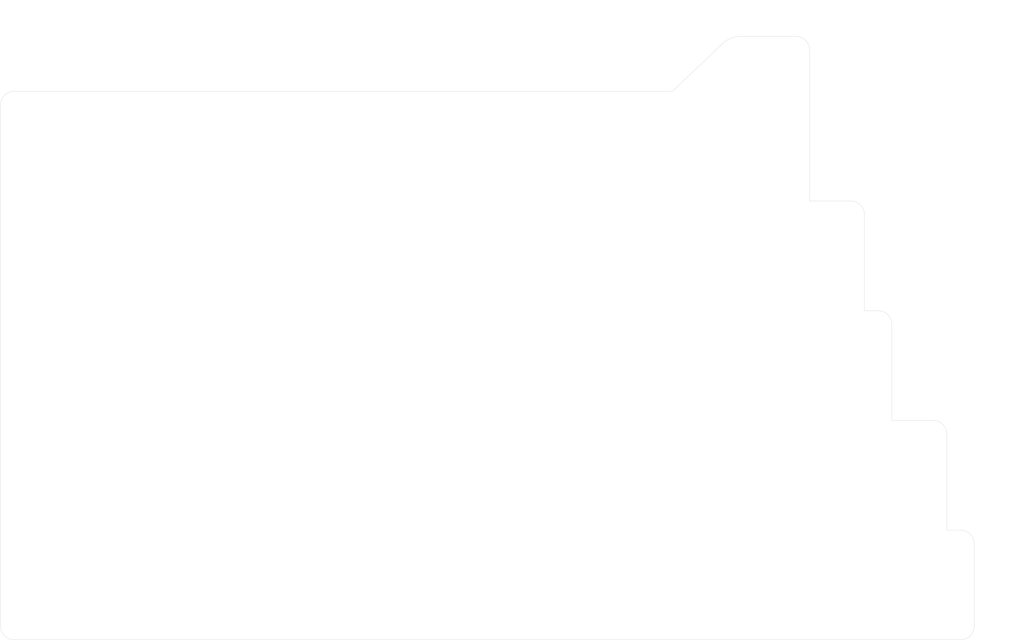
<source format=kicad_pcb>
(kicad_pcb (version 20171130) (host pcbnew 5.1.2-f72e74a~84~ubuntu18.04.1)

  (general
    (thickness 1.6)
    (drawings 25)
    (tracks 0)
    (zones 0)
    (modules 8)
    (nets 1)
  )

  (page A4)
  (layers
    (0 F.Cu signal)
    (31 B.Cu signal)
    (32 B.Adhes user)
    (33 F.Adhes user)
    (34 B.Paste user)
    (35 F.Paste user)
    (36 B.SilkS user)
    (37 F.SilkS user)
    (38 B.Mask user)
    (39 F.Mask user)
    (40 Dwgs.User user)
    (41 Cmts.User user)
    (42 Eco1.User user)
    (43 Eco2.User user)
    (44 Edge.Cuts user)
    (45 Margin user)
    (46 B.CrtYd user)
    (47 F.CrtYd user)
    (48 B.Fab user)
    (49 F.Fab user)
  )

  (setup
    (last_trace_width 0.25)
    (trace_clearance 0.2)
    (zone_clearance 0.508)
    (zone_45_only no)
    (trace_min 0.2)
    (via_size 0.8)
    (via_drill 0.4)
    (via_min_size 0.4)
    (via_min_drill 0.3)
    (uvia_size 0.3)
    (uvia_drill 0.1)
    (uvias_allowed no)
    (uvia_min_size 0.2)
    (uvia_min_drill 0.1)
    (edge_width 0.05)
    (segment_width 0.2)
    (pcb_text_width 0.3)
    (pcb_text_size 1.5 1.5)
    (mod_edge_width 0.12)
    (mod_text_size 1 1)
    (mod_text_width 0.15)
    (pad_size 1.524 1.524)
    (pad_drill 0.762)
    (pad_to_mask_clearance 0.051)
    (solder_mask_min_width 0.25)
    (aux_axis_origin 0 0)
    (visible_elements FFFFFF7F)
    (pcbplotparams
      (layerselection 0x010fc_ffffffff)
      (usegerberextensions false)
      (usegerberattributes false)
      (usegerberadvancedattributes false)
      (creategerberjobfile false)
      (excludeedgelayer true)
      (linewidth 0.100000)
      (plotframeref false)
      (viasonmask false)
      (mode 1)
      (useauxorigin false)
      (hpglpennumber 1)
      (hpglpenspeed 20)
      (hpglpendiameter 15.000000)
      (psnegative false)
      (psa4output false)
      (plotreference true)
      (plotvalue true)
      (plotinvisibletext false)
      (padsonsilk false)
      (subtractmaskfromsilk false)
      (outputformat 1)
      (mirror false)
      (drillshape 1)
      (scaleselection 1)
      (outputdirectory ""))
  )

  (net 0 "")

  (net_class Default "これはデフォルトのネット クラスです。"
    (clearance 0.2)
    (trace_width 0.25)
    (via_dia 0.8)
    (via_drill 0.4)
    (uvia_dia 0.3)
    (uvia_drill 0.1)
  )

  (net_class Power ""
    (clearance 0.2)
    (trace_width 0.5)
    (via_dia 0.8)
    (via_drill 0.4)
    (uvia_dia 0.3)
    (uvia_drill 0.1)
  )

  (module lib:MountingHole_2.2mm_M2 locked (layer F.Cu) (tedit 5BC59CB0) (tstamp 5CF98C91)
    (at 185.25 133)
    (descr "Mounting Hole 2.2mm, no annular, M2")
    (tags "mounting hole 2.2mm no annular m2")
    (attr virtual)
    (fp_text reference "" (at 0 -3.2) (layer F.SilkS)
      (effects (font (size 1 1) (thickness 0.15)))
    )
    (fp_text value M2 (at 0 3.2) (layer F.Fab)
      (effects (font (size 1 1) (thickness 0.15)))
    )
    (fp_circle (center 0 0) (end 1.75 0) (layer F.CrtYd) (width 0.05))
    (fp_text user %R (at 0.3 0) (layer F.Fab)
      (effects (font (size 1 1) (thickness 0.15)))
    )
    (pad 1 np_thru_hole circle (at 0 0) (size 2.2 2.2) (drill 2.2) (layers *.Cu *.Mask))
  )

  (module lib:MountingHole_2.2mm_M2 locked (layer F.Cu) (tedit 5BC59CB0) (tstamp 5CF99488)
    (at 78.375 61.75)
    (descr "Mounting Hole 2.2mm, no annular, M2")
    (tags "mounting hole 2.2mm no annular m2")
    (attr virtual)
    (fp_text reference "" (at 0 -3.2) (layer F.SilkS)
      (effects (font (size 1 1) (thickness 0.15)))
    )
    (fp_text value M2 (at 0 3.2) (layer F.Fab)
      (effects (font (size 1 1) (thickness 0.15)))
    )
    (fp_circle (center 0 0) (end 1.75 0) (layer F.CrtYd) (width 0.05))
    (fp_text user %R (at 0.3 0) (layer F.Fab)
      (effects (font (size 1 1) (thickness 0.15)))
    )
    (pad 1 np_thru_hole circle (at 0 0) (size 2.2 2.2) (drill 2.2) (layers *.Cu *.Mask))
  )

  (module lib:MountingHole_2.2mm_M2 locked (layer F.Cu) (tedit 5BC59CB0) (tstamp 5CF85047)
    (at 185.25 76)
    (descr "Mounting Hole 2.2mm, no annular, M2")
    (tags "mounting hole 2.2mm no annular m2")
    (attr virtual)
    (fp_text reference "" (at 0 -3.2) (layer F.SilkS)
      (effects (font (size 1 1) (thickness 0.15)))
    )
    (fp_text value M2 (at 0 3.2) (layer F.Fab)
      (effects (font (size 1 1) (thickness 0.15)))
    )
    (fp_circle (center 0 0) (end 1.75 0) (layer F.CrtYd) (width 0.05))
    (fp_text user %R (at 0.3 0) (layer F.Fab)
      (effects (font (size 1 1) (thickness 0.15)))
    )
    (pad 1 np_thru_hole circle (at 0 0) (size 2.2 2.2) (drill 2.2) (layers *.Cu *.Mask))
  )

  (module lib:MountingHole_2.2mm_M2 locked (layer F.Cu) (tedit 5BC59CB0) (tstamp 5CF85034)
    (at 199.5 114)
    (descr "Mounting Hole 2.2mm, no annular, M2")
    (tags "mounting hole 2.2mm no annular m2")
    (attr virtual)
    (fp_text reference "" (at 0 -3.2) (layer F.SilkS)
      (effects (font (size 1 1) (thickness 0.15)))
    )
    (fp_text value M2 (at 0 3.2) (layer F.Fab)
      (effects (font (size 1 1) (thickness 0.15)))
    )
    (fp_circle (center 0 0) (end 1.75 0) (layer F.CrtYd) (width 0.05))
    (fp_text user %R (at 0.3 0) (layer F.Fab)
      (effects (font (size 1 1) (thickness 0.15)))
    )
    (pad 1 np_thru_hole circle (at 0 0) (size 2.2 2.2) (drill 2.2) (layers *.Cu *.Mask))
  )

  (module lib:MountingHole_2.2mm_M2 locked (layer F.Cu) (tedit 5BC59CB0) (tstamp 5CF85021)
    (at 204.25 133)
    (descr "Mounting Hole 2.2mm, no annular, M2")
    (tags "mounting hole 2.2mm no annular m2")
    (attr virtual)
    (fp_text reference "" (at 0 -3.2) (layer F.SilkS)
      (effects (font (size 1 1) (thickness 0.15)))
    )
    (fp_text value M2 (at 0 3.2) (layer F.Fab)
      (effects (font (size 1 1) (thickness 0.15)))
    )
    (fp_circle (center 0 0) (end 1.75 0) (layer F.CrtYd) (width 0.05))
    (fp_text user %R (at 0.3 0) (layer F.Fab)
      (effects (font (size 1 1) (thickness 0.15)))
    )
    (pad 1 np_thru_hole circle (at 0 0) (size 2.2 2.2) (drill 2.2) (layers *.Cu *.Mask))
  )

  (module lib:MountingHole_2.2mm_M2 locked (layer F.Cu) (tedit 5BC59CB0) (tstamp 5CF8500E)
    (at 104.5 133)
    (descr "Mounting Hole 2.2mm, no annular, M2")
    (tags "mounting hole 2.2mm no annular m2")
    (attr virtual)
    (fp_text reference "" (at 0 -3.2) (layer F.SilkS)
      (effects (font (size 1 1) (thickness 0.15)))
    )
    (fp_text value M2 (at 0 3.2) (layer F.Fab)
      (effects (font (size 1 1) (thickness 0.15)))
    )
    (fp_circle (center 0 0) (end 1.75 0) (layer F.CrtYd) (width 0.05))
    (fp_text user %R (at 0.3 0) (layer F.Fab)
      (effects (font (size 1 1) (thickness 0.15)))
    )
    (pad 1 np_thru_hole circle (at 0 0) (size 2.2 2.2) (drill 2.2) (layers *.Cu *.Mask))
  )

  (module lib:MountingHole_2.2mm_M2 locked (layer F.Cu) (tedit 5BC59CB0) (tstamp 5CF84FFB)
    (at 128.25 76)
    (descr "Mounting Hole 2.2mm, no annular, M2")
    (tags "mounting hole 2.2mm no annular m2")
    (attr virtual)
    (fp_text reference "" (at 0 -3.2) (layer F.SilkS)
      (effects (font (size 1 1) (thickness 0.15)))
    )
    (fp_text value M2 (at 0 3.2) (layer F.Fab)
      (effects (font (size 1 1) (thickness 0.15)))
    )
    (fp_circle (center 0 0) (end 1.75 0) (layer F.CrtYd) (width 0.05))
    (fp_text user %R (at 0.3 0) (layer F.Fab)
      (effects (font (size 1 1) (thickness 0.15)))
    )
    (pad 1 np_thru_hole circle (at 0 0) (size 2.2 2.2) (drill 2.2) (layers *.Cu *.Mask))
  )

  (module lib:MountingHole_2.2mm_M2 locked (layer F.Cu) (tedit 5BC59CB0) (tstamp 5CF84FD5)
    (at 73.625 140.125)
    (descr "Mounting Hole 2.2mm, no annular, M2")
    (tags "mounting hole 2.2mm no annular m2")
    (attr virtual)
    (fp_text reference "" (at 0 -3.2) (layer F.SilkS)
      (effects (font (size 1 1) (thickness 0.15)))
    )
    (fp_text value M2 (at 0 3.2) (layer F.Fab)
      (effects (font (size 1 1) (thickness 0.15)))
    )
    (fp_circle (center 0 0) (end 1.75 0) (layer F.CrtYd) (width 0.05))
    (fp_text user %R (at 0.3 0) (layer F.Fab)
      (effects (font (size 1 1) (thickness 0.15)))
    )
    (pad 1 np_thru_hole circle (at 0 0) (size 2.2 2.2) (drill 2.2) (layers *.Cu *.Mask))
  )

  (dimension 163.900002 (width 0.15) (layer Dwgs.User)
    (gr_text "163.900 mm" (at 136.564003 41.8925 0.008739441591) (layer Dwgs.User)
      (effects (font (size 1 1) (thickness 0.15)))
    )
    (feature1 (pts (xy 54.625 114) (xy 54.614112 42.618579)))
    (feature2 (pts (xy 218.525 113.975) (xy 218.514112 42.593579)))
    (crossbar (pts (xy 218.514201 43.18) (xy 54.614201 43.205)))
    (arrow1a (pts (xy 54.614201 43.205) (xy 55.740615 42.618407)))
    (arrow1b (pts (xy 54.614201 43.205) (xy 55.740794 43.791249)))
    (arrow2a (pts (xy 218.514201 43.18) (xy 217.387608 42.593751)))
    (arrow2b (pts (xy 218.514201 43.18) (xy 217.387787 43.766593)))
  )
  (dimension 104.5 (width 0.15) (layer Dwgs.User)
    (gr_text "104.500 mm" (at 230.535 99.75 270) (layer Dwgs.User)
      (effects (font (size 1 1) (thickness 0.15)))
    )
    (feature1 (pts (xy 187.625 152) (xy 229.821421 152)))
    (feature2 (pts (xy 187.625 47.5) (xy 229.821421 47.5)))
    (crossbar (pts (xy 229.235 47.5) (xy 229.235 152)))
    (arrow1a (pts (xy 229.235 152) (xy 228.648579 150.873496)))
    (arrow1b (pts (xy 229.235 152) (xy 229.821421 150.873496)))
    (arrow2a (pts (xy 229.235 47.5) (xy 228.648579 48.626504)))
    (arrow2b (pts (xy 229.235 47.5) (xy 229.821421 48.626504)))
  )
  (gr_arc (start 201.875 78.375) (end 204.25 78.375) (angle -90) (layer Edge.Cuts) (width 0.05))
  (gr_arc (start 206.625 97.375) (end 209 97.375) (angle -90) (layer Edge.Cuts) (width 0.05))
  (gr_arc (start 216.125 116.375) (end 218.5 116.375) (angle -90) (layer Edge.Cuts) (width 0.05))
  (gr_arc (start 220.875 135.375) (end 223.25 135.375) (angle -90) (layer Edge.Cuts) (width 0.05))
  (gr_arc (start 220.875 149.625) (end 220.875 152) (angle -90) (layer Edge.Cuts) (width 0.05))
  (gr_arc (start 57 149.625) (end 54.625 149.625) (angle -90) (layer Edge.Cuts) (width 0.05))
  (gr_arc (start 57 59.375) (end 57 57) (angle -90) (layer Edge.Cuts) (width 0.05))
  (gr_arc (start 192.375 49.875) (end 194.75 49.875) (angle -90) (layer Edge.Cuts) (width 0.05))
  (gr_arc (start 182.875 52.25) (end 182.875 47.5) (angle -45) (layer Edge.Cuts) (width 0.05))
  (gr_line (start 54.625 59.375) (end 54.625 149.625) (layer Edge.Cuts) (width 0.05) (tstamp 5CF49342))
  (gr_line (start 171 57) (end 57 57) (layer Edge.Cuts) (width 0.05))
  (gr_line (start 179.516243 48.891243) (end 171 57) (layer Edge.Cuts) (width 0.05))
  (gr_line (start 192.375 47.5) (end 182.875 47.5) (layer Edge.Cuts) (width 0.05))
  (gr_line (start 194.75 76) (end 194.75 49.875) (layer Edge.Cuts) (width 0.05))
  (gr_line (start 201.875 76) (end 194.75 76) (layer Edge.Cuts) (width 0.05))
  (gr_line (start 204.25 95) (end 204.25 78.375) (layer Edge.Cuts) (width 0.05))
  (gr_line (start 206.625 95) (end 204.25 95) (layer Edge.Cuts) (width 0.05))
  (gr_line (start 209 114) (end 209 97.375) (layer Edge.Cuts) (width 0.05))
  (gr_line (start 216.125 114) (end 209 114) (layer Edge.Cuts) (width 0.05))
  (gr_line (start 218.5 133) (end 218.5 116.375) (layer Edge.Cuts) (width 0.05))
  (gr_line (start 218.5 133) (end 220.875 133) (layer Edge.Cuts) (width 0.05))
  (gr_line (start 223.25 149.625) (end 223.25 135.375) (layer Edge.Cuts) (width 0.05))
  (gr_line (start 57 152) (end 220.875 152) (layer Edge.Cuts) (width 0.05))

)

</source>
